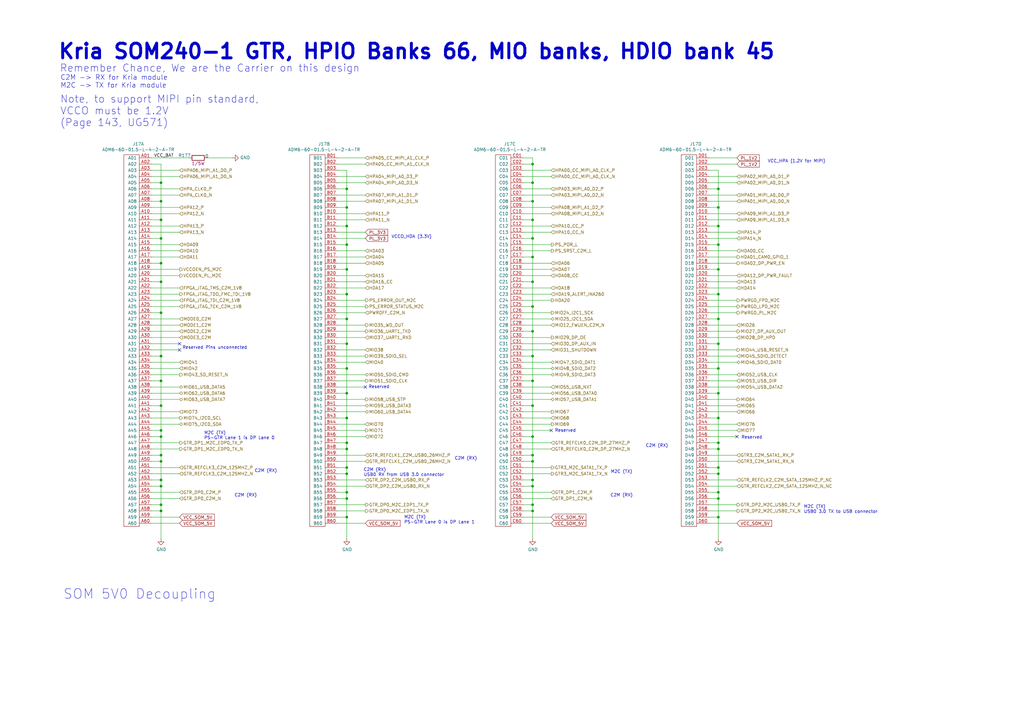
<source format=kicad_sch>
(kicad_sch (version 20230121) (generator eeschema)
  (paper "A3")
  (title_block (title "Top Sheet") (date "2023-12-21") (rev "1.00") (company "ApotheoTech LLC") (comment 1 "SCH: APT-KRIA-FMC") (comment 2 "Author: Chance Reimer"))
  (junction (at 294.64 191.77))
  (junction (at 66.04 199.39))
  (junction (at 218.44 189.23))
  (junction (at 294.64 171.45))
  (junction (at 294.64 184.15))
  (junction (at 66.04 128.27))
  (junction (at 294.64 92.71))
  (junction (at 142.24 161.29))
  (junction (at 142.24 204.47))
  (junction (at 66.04 209.55))
  (junction (at 218.44 74.93))
  (junction (at 142.24 184.15))
  (junction (at 218.44 186.69))
  (junction (at 218.44 82.55))
  (junction (at 294.64 151.13))
  (junction (at 66.04 186.69))
  (junction (at 218.44 196.85))
  (junction (at 142.24 85.09))
  (junction (at 294.64 100.33))
  (junction (at 294.64 130.81))
  (junction (at 294.64 204.47))
  (junction (at 66.04 179.07))
  (junction (at 294.64 120.65))
  (junction (at 142.24 171.45))
  (junction (at 66.04 207.01))
  (junction (at 66.04 146.05))
  (junction (at 142.24 194.31))
  (junction (at 142.24 130.81))
  (junction (at 218.44 97.79))
  (junction (at 294.64 140.97))
  (junction (at 142.24 151.13))
  (junction (at 142.24 201.93))
  (junction (at 66.04 107.95))
  (junction (at 66.04 196.85))
  (junction (at 142.24 77.47))
  (junction (at 294.64 110.49))
  (junction (at 294.64 77.47))
  (junction (at 218.44 199.39))
  (junction (at 218.44 135.89))
  (junction (at 218.44 115.57))
  (junction (at 218.44 179.07))
  (junction (at 294.64 194.31))
  (junction (at 218.44 105.41))
  (junction (at 294.64 85.09))
  (junction (at 66.04 115.57))
  (junction (at 218.44 156.21))
  (junction (at 218.44 90.17))
  (junction (at 66.04 82.55))
  (junction (at 218.44 207.01))
  (junction (at 294.64 212.09))
  (junction (at 142.24 100.33))
  (junction (at 142.24 140.97))
  (junction (at 218.44 67.31))
  (junction (at 66.04 156.21))
  (junction (at 66.04 166.37))
  (junction (at 294.64 181.61))
  (junction (at 66.04 74.93))
  (junction (at 294.64 201.93))
  (junction (at 142.24 92.71))
  (junction (at 66.04 176.53))
  (junction (at 218.44 209.55))
  (junction (at 142.24 181.61))
  (junction (at 218.44 166.37))
  (junction (at 294.64 161.29))
  (junction (at 142.24 191.77))
  (junction (at 142.24 212.09))
  (junction (at 66.04 97.79))
  (junction (at 218.44 125.73))
  (junction (at 142.24 110.49))
  (junction (at 66.04 189.23))
  (junction (at 66.04 90.17))
  (junction (at 218.44 146.05))
  (junction (at 142.24 120.65))
  (no_connect (at 302.26 179.07))
  (no_connect (at 73.66 143.51))
  (no_connect (at 226.06 176.53))
  (no_connect (at 73.66 140.97))
  (no_connect (at 149.86 158.75))
  (wire (pts (xy 66.04 128.27) (xy 62.23 128.27)))
  (wire (pts (xy 62.23 133.35) (xy 73.66 133.35)))
  (wire (pts (xy 138.43 125.73) (xy 149.86 125.73)))
  (wire (pts (xy 62.23 130.81) (xy 73.66 130.81)))
  (wire (pts (xy 290.83 153.67) (xy 302.26 153.67)))
  (wire (pts (xy 290.83 171.45) (xy 294.64 171.45)))
  (wire (pts (xy 290.83 184.15) (xy 294.64 184.15)))
  (wire (pts (xy 138.43 102.87) (xy 149.86 102.87)))
  (wire (pts (xy 218.44 125.73) (xy 218.44 135.89)))
  (wire (pts (xy 66.04 196.85) (xy 66.04 199.39)))
  (wire (pts (xy 290.83 158.75) (xy 302.26 158.75)))
  (wire (pts (xy 62.23 181.61) (xy 73.66 181.61)))
  (wire (pts (xy 62.23 74.93) (xy 66.04 74.93)))
  (wire (pts (xy 62.23 77.47) (xy 73.66 77.47)))
  (wire (pts (xy 218.44 90.17) (xy 218.44 97.79)))
  (wire (pts (xy 294.64 212.09) (xy 294.64 220.98)))
  (wire (pts (xy 290.83 64.77) (xy 302.26 64.77)))
  (wire (pts (xy 218.44 90.17) (xy 214.63 90.17)))
  (wire (pts (xy 62.23 107.95) (xy 66.04 107.95)))
  (wire (pts (xy 290.83 209.55) (xy 302.26 209.55)))
  (wire (pts (xy 290.83 72.39) (xy 302.26 72.39)))
  (wire (pts (xy 138.43 138.43) (xy 149.86 138.43)))
  (wire (pts (xy 62.23 102.87) (xy 73.66 102.87)))
  (wire (pts (xy 138.43 107.95) (xy 149.86 107.95)))
  (wire (pts (xy 214.63 181.61) (xy 226.06 181.61)))
  (wire (pts (xy 138.43 194.31) (xy 142.24 194.31)))
  (wire (pts (xy 138.43 85.09) (xy 142.24 85.09)))
  (wire (pts (xy 62.23 110.49) (xy 73.66 110.49)))
  (wire (pts (xy 142.24 191.77) (xy 142.24 194.31)))
  (wire (pts (xy 62.23 209.55) (xy 66.04 209.55)))
  (wire (pts (xy 138.43 209.55) (xy 149.86 209.55)))
  (wire (pts (xy 66.04 176.53) (xy 66.04 179.07)))
  (wire (pts (xy 138.43 133.35) (xy 149.86 133.35)))
  (wire (pts (xy 214.63 64.77) (xy 218.44 64.77)))
  (wire (pts (xy 214.63 69.85) (xy 226.06 69.85)))
  (wire (pts (xy 62.23 138.43) (xy 73.66 138.43)))
  (wire (pts (xy 142.24 171.45) (xy 142.24 181.61)))
  (wire (pts (xy 66.04 199.39) (xy 66.04 207.01)))
  (wire (pts (xy 66.04 74.93) (xy 66.04 82.55)))
  (wire (pts (xy 218.44 82.55) (xy 218.44 90.17)))
  (wire (pts (xy 214.63 123.19) (xy 226.06 123.19)))
  (wire (pts (xy 290.83 166.37) (xy 302.26 166.37)))
  (wire (pts (xy 138.43 69.85) (xy 142.24 69.85)))
  (wire (pts (xy 290.83 87.63) (xy 302.26 87.63)))
  (wire (pts (xy 290.83 80.01) (xy 302.26 80.01)))
  (wire (pts (xy 218.44 115.57) (xy 218.44 125.73)))
  (wire (pts (xy 142.24 184.15) (xy 142.24 191.77)))
  (wire (pts (xy 214.63 72.39) (xy 226.06 72.39)))
  (wire (pts (xy 294.64 69.85) (xy 294.64 77.47)))
  (wire (pts (xy 214.63 135.89) (xy 218.44 135.89)))
  (wire (pts (xy 214.63 97.79) (xy 218.44 97.79)))
  (wire (pts (xy 142.24 69.85) (xy 142.24 77.47)))
  (wire (pts (xy 138.43 110.49) (xy 142.24 110.49)))
  (wire (pts (xy 138.43 82.55) (xy 149.86 82.55)))
  (wire (pts (xy 290.83 156.21) (xy 302.26 156.21)))
  (wire (pts (xy 294.64 130.81) (xy 294.64 140.97)))
  (wire (pts (xy 138.43 130.81) (xy 142.24 130.81)))
  (wire (pts (xy 290.83 207.01) (xy 302.26 207.01)))
  (wire (pts (xy 290.83 90.17) (xy 302.26 90.17)))
  (wire (pts (xy 62.23 151.13) (xy 73.66 151.13)))
  (wire (pts (xy 138.43 214.63) (xy 149.86 214.63)))
  (wire (pts (xy 66.04 207.01) (xy 62.23 207.01)))
  (wire (pts (xy 138.43 161.29) (xy 142.24 161.29)))
  (wire (pts (xy 62.23 69.85) (xy 73.66 69.85)))
  (wire (pts (xy 138.43 158.75) (xy 149.86 158.75)))
  (wire (pts (xy 62.23 97.79) (xy 66.04 97.79)))
  (wire (pts (xy 290.83 118.11) (xy 302.26 118.11)))
  (wire (pts (xy 138.43 118.11) (xy 149.86 118.11)))
  (wire (pts (xy 218.44 186.69) (xy 214.63 186.69)))
  (wire (pts (xy 62.23 80.01) (xy 73.66 80.01)))
  (wire (pts (xy 66.04 166.37) (xy 66.04 176.53)))
  (wire (pts (xy 290.83 82.55) (xy 302.26 82.55)))
  (wire (pts (xy 218.44 196.85) (xy 214.63 196.85)))
  (wire (pts (xy 138.43 181.61) (xy 142.24 181.61)))
  (wire (pts (xy 214.63 179.07) (xy 218.44 179.07)))
  (wire (pts (xy 62.23 85.09) (xy 73.66 85.09)))
  (wire (pts (xy 214.63 153.67) (xy 226.06 153.67)))
  (wire (pts (xy 142.24 181.61) (xy 142.24 184.15)))
  (wire (pts (xy 62.23 194.31) (xy 73.66 194.31)))
  (wire (pts (xy 142.24 140.97) (xy 142.24 151.13)))
  (wire (pts (xy 66.04 186.69) (xy 62.23 186.69)))
  (wire (pts (xy 214.63 120.65) (xy 226.06 120.65)))
  (wire (pts (xy 290.83 194.31) (xy 294.64 194.31)))
  (wire (pts (xy 214.63 95.25) (xy 226.06 95.25)))
  (wire (pts (xy 218.44 82.55) (xy 214.63 82.55)))
  (wire (pts (xy 290.83 176.53) (xy 302.26 176.53)))
  (wire (pts (xy 142.24 120.65) (xy 142.24 130.81)))
  (wire (pts (xy 66.04 115.57) (xy 66.04 128.27)))
  (wire (pts (xy 142.24 92.71) (xy 142.24 100.33)))
  (wire (pts (xy 85.09 64.77) (xy 95.25 64.77)))
  (wire (pts (xy 214.63 118.11) (xy 226.06 118.11)))
  (wire (pts (xy 62.23 140.97) (xy 73.66 140.97)))
  (wire (pts (xy 66.04 146.05) (xy 62.23 146.05)))
  (wire (pts (xy 214.63 102.87) (xy 226.06 102.87)))
  (wire (pts (xy 138.43 120.65) (xy 142.24 120.65)))
  (wire (pts (xy 294.64 110.49) (xy 294.64 120.65)))
  (wire (pts (xy 214.63 161.29) (xy 226.06 161.29)))
  (wire (pts (xy 66.04 82.55) (xy 66.04 90.17)))
  (wire (pts (xy 294.64 92.71) (xy 294.64 100.33)))
  (wire (pts (xy 138.43 80.01) (xy 149.86 80.01)))
  (wire (pts (xy 218.44 97.79) (xy 218.44 105.41)))
  (wire (pts (xy 290.83 67.31) (xy 302.26 67.31)))
  (wire (pts (xy 218.44 189.23) (xy 218.44 196.85)))
  (wire (pts (xy 294.64 140.97) (xy 294.64 151.13)))
  (wire (pts (xy 62.23 113.03) (xy 73.66 113.03)))
  (wire (pts (xy 214.63 209.55) (xy 218.44 209.55)))
  (wire (pts (xy 290.83 123.19) (xy 302.26 123.19)))
  (wire (pts (xy 138.43 128.27) (xy 149.86 128.27)))
  (wire (pts (xy 138.43 105.41) (xy 149.86 105.41)))
  (wire (pts (xy 290.83 92.71) (xy 294.64 92.71)))
  (wire (pts (xy 62.23 201.93) (xy 73.66 201.93)))
  (wire (pts (xy 138.43 179.07) (xy 149.86 179.07)))
  (wire (pts (xy 138.43 199.39) (xy 149.86 199.39)))
  (wire (pts (xy 214.63 176.53) (xy 226.06 176.53)))
  (wire (pts (xy 138.43 115.57) (xy 149.86 115.57)))
  (wire (pts (xy 294.64 85.09) (xy 294.64 92.71)))
  (wire (pts (xy 138.43 156.21) (xy 149.86 156.21)))
  (wire (pts (xy 290.83 191.77) (xy 294.64 191.77)))
  (wire (pts (xy 218.44 105.41) (xy 218.44 115.57)))
  (wire (pts (xy 290.83 120.65) (xy 294.64 120.65)))
  (wire (pts (xy 290.83 102.87) (xy 302.26 102.87)))
  (wire (pts (xy 62.23 214.63) (xy 73.66 214.63)))
  (wire (pts (xy 214.63 184.15) (xy 226.06 184.15)))
  (wire (pts (xy 218.44 156.21) (xy 214.63 156.21)))
  (wire (pts (xy 214.63 105.41) (xy 218.44 105.41)))
  (wire (pts (xy 62.23 191.77) (xy 73.66 191.77)))
  (wire (pts (xy 218.44 156.21) (xy 218.44 166.37)))
  (wire (pts (xy 62.23 87.63) (xy 73.66 87.63)))
  (wire (pts (xy 138.43 207.01) (xy 149.86 207.01)))
  (wire (pts (xy 214.63 201.93) (xy 226.06 201.93)))
  (wire (pts (xy 290.83 130.81) (xy 294.64 130.81)))
  (wire (pts (xy 138.43 123.19) (xy 149.86 123.19)))
  (wire (pts (xy 138.43 77.47) (xy 142.24 77.47)))
  (wire (pts (xy 66.04 189.23) (xy 66.04 196.85)))
  (wire (pts (xy 66.04 156.21) (xy 62.23 156.21)))
  (wire (pts (xy 214.63 212.09) (xy 226.06 212.09)))
  (wire (pts (xy 62.23 143.51) (xy 73.66 143.51)))
  (wire (pts (xy 62.23 135.89) (xy 73.66 135.89)))
  (wire (pts (xy 66.04 179.07) (xy 66.04 186.69)))
  (wire (pts (xy 290.83 69.85) (xy 294.64 69.85)))
  (wire (pts (xy 66.04 176.53) (xy 62.23 176.53)))
  (wire (pts (xy 138.43 151.13) (xy 142.24 151.13)))
  (wire (pts (xy 66.04 156.21) (xy 66.04 166.37)))
  (wire (pts (xy 290.83 115.57) (xy 302.26 115.57)))
  (wire (pts (xy 66.04 82.55) (xy 62.23 82.55)))
  (wire (pts (xy 214.63 128.27) (xy 226.06 128.27)))
  (wire (pts (xy 66.04 128.27) (xy 66.04 146.05)))
  (wire (pts (xy 138.43 100.33) (xy 142.24 100.33)))
  (wire (pts (xy 66.04 186.69) (xy 66.04 189.23)))
  (wire (pts (xy 66.04 107.95) (xy 66.04 115.57)))
  (wire (pts (xy 214.63 80.01) (xy 226.06 80.01)))
  (wire (pts (xy 214.63 151.13) (xy 226.06 151.13)))
  (wire (pts (xy 290.83 113.03) (xy 302.26 113.03)))
  (wire (pts (xy 214.63 85.09) (xy 226.06 85.09)))
  (wire (pts (xy 138.43 173.99) (xy 149.86 173.99)))
  (wire (pts (xy 138.43 135.89) (xy 149.86 135.89)))
  (wire (pts (xy 62.23 120.65) (xy 73.66 120.65)))
  (wire (pts (xy 290.83 128.27) (xy 302.26 128.27)))
  (wire (pts (xy 290.83 151.13) (xy 294.64 151.13)))
  (wire (pts (xy 218.44 135.89) (xy 218.44 146.05)))
  (wire (pts (xy 66.04 209.55) (xy 66.04 220.98)))
  (wire (pts (xy 294.64 181.61) (xy 294.64 184.15)))
  (wire (pts (xy 290.83 140.97) (xy 294.64 140.97)))
  (wire (pts (xy 66.04 97.79) (xy 66.04 107.95)))
  (wire (pts (xy 142.24 151.13) (xy 142.24 161.29)))
  (wire (pts (xy 290.83 125.73) (xy 302.26 125.73)))
  (wire (pts (xy 66.04 67.31) (xy 66.04 74.93)))
  (wire (pts (xy 214.63 143.51) (xy 226.06 143.51)))
  (wire (pts (xy 214.63 100.33) (xy 226.06 100.33)))
  (wire (pts (xy 218.44 64.77) (xy 218.44 67.31)))
  (wire (pts (xy 62.23 166.37) (xy 66.04 166.37)))
  (wire (pts (xy 138.43 148.59) (xy 149.86 148.59)))
  (wire (pts (xy 214.63 92.71) (xy 226.06 92.71)))
  (wire (pts (xy 294.64 171.45) (xy 294.64 181.61)))
  (wire (pts (xy 142.24 77.47) (xy 142.24 85.09)))
  (wire (pts (xy 290.83 161.29) (xy 294.64 161.29)))
  (wire (pts (xy 62.23 100.33) (xy 73.66 100.33)))
  (wire (pts (xy 214.63 166.37) (xy 218.44 166.37)))
  (wire (pts (xy 214.63 168.91) (xy 226.06 168.91)))
  (wire (pts (xy 214.63 214.63) (xy 226.06 214.63)))
  (wire (pts (xy 290.83 107.95) (xy 302.26 107.95)))
  (wire (pts (xy 138.43 201.93) (xy 142.24 201.93)))
  (wire (pts (xy 66.04 90.17) (xy 62.23 90.17)))
  (wire (pts (xy 214.63 107.95) (xy 226.06 107.95)))
  (wire (pts (xy 290.83 199.39) (xy 302.26 199.39)))
  (wire (pts (xy 142.24 85.09) (xy 142.24 92.71)))
  (wire (pts (xy 290.83 204.47) (xy 294.64 204.47)))
  (wire (pts (xy 290.83 85.09) (xy 294.64 85.09)))
  (wire (pts (xy 218.44 74.93) (xy 218.44 82.55)))
  (wire (pts (xy 214.63 138.43) (xy 226.06 138.43)))
  (wire (pts (xy 62.23 179.07) (xy 66.04 179.07)))
  (wire (pts (xy 138.43 146.05) (xy 149.86 146.05)))
  (wire (pts (xy 138.43 90.17) (xy 149.86 90.17)))
  (wire (pts (xy 214.63 74.93) (xy 218.44 74.93)))
  (wire (pts (xy 138.43 184.15) (xy 142.24 184.15)))
  (wire (pts (xy 142.24 212.09) (xy 142.24 220.98)))
  (wire (pts (xy 290.83 100.33) (xy 294.64 100.33)))
  (wire (pts (xy 62.23 125.73) (xy 73.66 125.73)))
  (wire (pts (xy 218.44 199.39) (xy 218.44 207.01)))
  (wire (pts (xy 290.83 189.23) (xy 302.26 189.23)))
  (wire (pts (xy 62.23 118.11) (xy 73.66 118.11)))
  (wire (pts (xy 62.23 92.71) (xy 73.66 92.71)))
  (wire (pts (xy 138.43 92.71) (xy 142.24 92.71)))
  (wire (pts (xy 62.23 161.29) (xy 73.66 161.29)))
  (wire (pts (xy 214.63 113.03) (xy 226.06 113.03)))
  (wire (pts (xy 62.23 199.39) (xy 66.04 199.39)))
  (wire (pts (xy 62.23 72.39) (xy 73.66 72.39)))
  (wire (pts (xy 294.64 77.47) (xy 294.64 85.09)))
  (wire (pts (xy 214.63 191.77) (xy 226.06 191.77)))
  (wire (pts (xy 290.83 186.69) (xy 302.26 186.69)))
  (wire (pts (xy 290.83 95.25) (xy 302.26 95.25)))
  (wire (pts (xy 66.04 207.01) (xy 66.04 209.55)))
  (wire (pts (xy 290.83 163.83) (xy 302.26 163.83)))
  (wire (pts (xy 218.44 196.85) (xy 218.44 199.39)))
  (wire (pts (xy 142.24 201.93) (xy 142.24 204.47)))
  (wire (pts (xy 62.23 105.41) (xy 73.66 105.41)))
  (wire (pts (xy 138.43 176.53) (xy 149.86 176.53)))
  (wire (pts (xy 62.23 189.23) (xy 66.04 189.23)))
  (wire (pts (xy 138.43 204.47) (xy 142.24 204.47)))
  (wire (pts (xy 218.44 207.01) (xy 218.44 209.55)))
  (wire (pts (xy 290.83 181.61) (xy 294.64 181.61)))
  (wire (pts (xy 142.24 204.47) (xy 142.24 212.09)))
  (wire (pts (xy 294.64 120.65) (xy 294.64 130.81)))
  (wire (pts (xy 142.24 161.29) (xy 142.24 171.45)))
  (wire (pts (xy 214.63 87.63) (xy 226.06 87.63)))
  (wire (pts (xy 138.43 87.63) (xy 149.86 87.63)))
  (wire (pts (xy 214.63 140.97) (xy 226.06 140.97)))
  (wire (pts (xy 290.83 196.85) (xy 302.26 196.85)))
  (wire (pts (xy 214.63 125.73) (xy 218.44 125.73)))
  (wire (pts (xy 218.44 166.37) (xy 218.44 179.07)))
  (wire (pts (xy 290.83 179.07) (xy 302.26 179.07)))
  (wire (pts (xy 214.63 67.31) (xy 218.44 67.31)))
  (wire (pts (xy 62.23 64.77) (xy 77.47 64.77)))
  (wire (pts (xy 138.43 196.85) (xy 149.86 196.85)))
  (wire (pts (xy 214.63 204.47) (xy 226.06 204.47)))
  (wire (pts (xy 138.43 189.23) (xy 149.86 189.23)))
  (wire (pts (xy 138.43 67.31) (xy 149.86 67.31)))
  (wire (pts (xy 142.24 130.81) (xy 142.24 140.97)))
  (wire (pts (xy 290.83 148.59) (xy 302.26 148.59)))
  (wire (pts (xy 62.23 212.09) (xy 73.66 212.09)))
  (wire (pts (xy 214.63 148.59) (xy 226.06 148.59)))
  (wire (pts (xy 218.44 209.55) (xy 218.44 220.98)))
  (wire (pts (xy 290.83 212.09) (xy 294.64 212.09)))
  (wire (pts (xy 138.43 140.97) (xy 142.24 140.97)))
  (wire (pts (xy 62.23 163.83) (xy 73.66 163.83)))
  (wire (pts (xy 138.43 64.77) (xy 149.86 64.77)))
  (wire (pts (xy 138.43 163.83) (xy 149.86 163.83)))
  (wire (pts (xy 138.43 186.69) (xy 149.86 186.69)))
  (wire (pts (xy 62.23 123.19) (xy 73.66 123.19)))
  (wire (pts (xy 138.43 74.93) (xy 149.86 74.93)))
  (wire (pts (xy 138.43 143.51) (xy 149.86 143.51)))
  (wire (pts (xy 62.23 173.99) (xy 73.66 173.99)))
  (wire (pts (xy 290.83 138.43) (xy 302.26 138.43)))
  (wire (pts (xy 62.23 158.75) (xy 73.66 158.75)))
  (wire (pts (xy 214.63 194.31) (xy 226.06 194.31)))
  (wire (pts (xy 290.83 97.79) (xy 302.26 97.79)))
  (wire (pts (xy 294.64 184.15) (xy 294.64 191.77)))
  (wire (pts (xy 214.63 163.83) (xy 226.06 163.83)))
  (wire (pts (xy 142.24 110.49) (xy 142.24 120.65)))
  (wire (pts (xy 290.83 146.05) (xy 302.26 146.05)))
  (wire (pts (xy 62.23 67.31) (xy 66.04 67.31)))
  (wire (pts (xy 142.24 194.31) (xy 142.24 201.93)))
  (wire (pts (xy 290.83 214.63) (xy 302.26 214.63)))
  (wire (pts (xy 214.63 158.75) (xy 226.06 158.75)))
  (wire (pts (xy 214.63 171.45) (xy 226.06 171.45)))
  (wire (pts (xy 66.04 146.05) (xy 66.04 156.21)))
  (wire (pts (xy 66.04 90.17) (xy 66.04 97.79)))
  (wire (pts (xy 66.04 115.57) (xy 62.23 115.57)))
  (wire (pts (xy 290.83 143.51) (xy 302.26 143.51)))
  (wire (pts (xy 138.43 95.25) (xy 149.86 95.25)))
  (wire (pts (xy 66.04 196.85) (xy 62.23 196.85)))
  (wire (pts (xy 214.63 110.49) (xy 226.06 110.49)))
  (wire (pts (xy 138.43 212.09) (xy 142.24 212.09)))
  (wire (pts (xy 214.63 199.39) (xy 218.44 199.39)))
  (wire (pts (xy 290.83 77.47) (xy 294.64 77.47)))
  (wire (pts (xy 214.63 173.99) (xy 226.06 173.99)))
  (wire (pts (xy 218.44 67.31) (xy 218.44 74.93)))
  (wire (pts (xy 290.83 110.49) (xy 294.64 110.49)))
  (wire (pts (xy 294.64 201.93) (xy 294.64 204.47)))
  (wire (pts (xy 294.64 151.13) (xy 294.64 161.29)))
  (wire (pts (xy 214.63 130.81) (xy 226.06 130.81)))
  (wire (pts (xy 138.43 191.77) (xy 142.24 191.77)))
  (wire (pts (xy 294.64 191.77) (xy 294.64 194.31)))
  (wire (pts (xy 290.83 74.93) (xy 302.26 74.93)))
  (wire (pts (xy 138.43 113.03) (xy 149.86 113.03)))
  (wire (pts (xy 138.43 72.39) (xy 149.86 72.39)))
  (wire (pts (xy 138.43 171.45) (xy 142.24 171.45)))
  (wire (pts (xy 218.44 207.01) (xy 214.63 207.01)))
  (wire (pts (xy 138.43 97.79) (xy 149.86 97.79)))
  (wire (pts (xy 214.63 189.23) (xy 218.44 189.23)))
  (wire (pts (xy 62.23 184.15) (xy 73.66 184.15)))
  (wire (pts (xy 218.44 179.07) (xy 218.44 186.69)))
  (wire (pts (xy 294.64 194.31) (xy 294.64 201.93)))
  (wire (pts (xy 62.23 171.45) (xy 73.66 171.45)))
  (wire (pts (xy 62.23 153.67) (xy 73.66 153.67)))
  (wire (pts (xy 218.44 146.05) (xy 218.44 156.21)))
  (wire (pts (xy 138.43 168.91) (xy 149.86 168.91)))
  (wire (pts (xy 142.24 100.33) (xy 142.24 110.49)))
  (wire (pts (xy 294.64 204.47) (xy 294.64 212.09)))
  (wire (pts (xy 290.83 133.35) (xy 302.26 133.35)))
  (wire (pts (xy 214.63 77.47) (xy 226.06 77.47)))
  (wire (pts (xy 218.44 186.69) (xy 218.44 189.23)))
  (wire (pts (xy 218.44 146.05) (xy 214.63 146.05)))
  (wire (pts (xy 290.83 201.93) (xy 294.64 201.93)))
  (wire (pts (xy 62.23 168.91) (xy 73.66 168.91)))
  (wire (pts (xy 290.83 173.99) (xy 302.26 173.99)))
  (wire (pts (xy 214.63 133.35) (xy 226.06 133.35)))
  (wire (pts (xy 218.44 115.57) (xy 214.63 115.57)))
  (wire (pts (xy 138.43 166.37) (xy 149.86 166.37)))
  (wire (pts (xy 62.23 95.25) (xy 73.66 95.25)))
  (wire (pts (xy 290.83 168.91) (xy 302.26 168.91)))
  (wire (pts (xy 138.43 153.67) (xy 149.86 153.67)))
  (wire (pts (xy 290.83 105.41) (xy 302.26 105.41)))
  (wire (pts (xy 62.23 148.59) (xy 73.66 148.59)))
  (wire (pts (xy 62.23 204.47) (xy 73.66 204.47)))
  (wire (pts (xy 290.83 135.89) (xy 302.26 135.89)))
  (wire (pts (xy 294.64 161.29) (xy 294.64 171.45)))
  (wire (pts (xy 294.64 100.33) (xy 294.64 110.49)))
  (text "C2M (RX)\nUSB0 RX from USB 3.0 connector" (at 149.098 195.58 0) (effects (font (size 1.27 1.27)) (justify left bottom)))
  (text "SOM 5V0 Decoupling" (at 25.908 246.126 0) (effects (font (size 3.9878 3.9878)) (justify left bottom)))
  (text "Note, to support MIPI pin standard,\nVCCO must be 1.2V\n(Page 143, UG571)" (at 24.638 52.197 0) (effects (font (size 2.9972 2.9972)) (justify left bottom)))
  (text "Remember Chance, We are the Carrier on this design" (at 24.511 29.845 0) (effects (font (size 2.9972 2.9972)) (justify left bottom)))
  (text "M2C (TX)\nPS-GTR Lane 0 is DP Lane 1" (at 165.735 215.011 0) (effects (font (size 1.27 1.27)) (justify left bottom)))
  (text "C2M (RX)" (at 264.795 183.642 0) (effects (font (size 1.27 1.27)) (justify left bottom)))
  (text "C2M (RX)" (at 250.317 203.962 0) (effects (font (size 1.27 1.27)) (justify left bottom)))
  (text "Reserved" (at 151.13 159.512 0) (effects (font (size 1.27 1.27)) (justify left bottom)))
  (text "M2C (TX)" (at 250.444 194.31 0) (effects (font (size 1.27 1.27)) (justify left bottom)))
  (text "VCC_HPA (1.2V for MIPI)" (at 314.833 66.929 0) (effects (font (size 1.27 1.27)) (justify left bottom)))
  (text "Reserved" (at 227.584 177.419 0) (effects (font (size 1.27 1.27)) (justify left bottom)))
  (text "C2M (RX)" (at 104.394 193.929 0) (effects (font (size 1.27 1.27)) (justify left bottom)))
  (text "Reserved" (at 304.038 180.213 0) (effects (font (size 1.27 1.27)) (justify left bottom)))
  (text "C2M (RX)" (at 186.436 188.849 0) (effects (font (size 1.27 1.27)) (justify left bottom)))
  (text "C2M -> RX for Kria module\nM2C -> TX for Kria module" (at 24.765 36.322 0) (effects (font (size 2.0066 2.0066)) (justify left bottom)))
  (text "VCCO_HDA (3.3V)" (at 160.528 97.917 0) (effects (font (size 1.27 1.27)) (justify left bottom)))
  (text "M2C (TX)\nPS-GTR Lane 1 is DP Lane 0" (at 83.693 180.467 0) (effects (font (size 1.27 1.27)) (justify left bottom)))
  (text "Kria SOM240-1 GTR, HPIO Banks 66, MIO banks, HDIO bank 45" (at 23.495 24.765 0) (effects (font (size 5.9944 5.9944) (thickness 1.1989) bold) (justify left bottom)))
  (text "Reserved Pins unconnected" (at 74.803 143.383 0) (effects (font (size 1.27 1.27)) (justify left bottom)))
  (text "C2M (RX)" (at 96.139 203.962 0) (effects (font (size 1.27 1.27)) (justify left bottom)))
  (text "M2C (TX)\nUSB0 3.0 TX to USB connector" (at 329.692 210.693 0) (effects (font (size 1.27 1.27)) (justify left bottom)))
  (label "VCC_BAT" (at 71.247 64.77 180))
  (global_label "PL_1V2" (shape input) (at 302.26 64.77 0) (property "Intersheetrefs" "${INTERSHEET_REFS}" (effects hide)))
  (global_label "VCC_SOM_5V" (shape input) (at 226.06 212.09 0) (property "Intersheetrefs" "${INTERSHEET_REFS}" (effects hide)))
  (global_label "VCC_SOM_5V" (shape input) (at 302.26 214.63 0) (property "Intersheetrefs" "${INTERSHEET_REFS}" (effects hide)))
  (global_label "VCC_SOM_5V" (shape input) (at 226.06 214.63 0) (property "Intersheetrefs" "${INTERSHEET_REFS}" (effects hide)))
  (global_label "PL_3V3" (shape input) (at 149.86 97.79 0) (property "Intersheetrefs" "${INTERSHEET_REFS}" (effects hide)))
  (global_label "PL_3V3" (shape input) (at 149.86 95.25 0) (property "Intersheetrefs" "${INTERSHEET_REFS}" (effects hide)))
  (global_label "VCC_SOM_5V" (shape input) (at 73.66 214.63 0) (property "Intersheetrefs" "${INTERSHEET_REFS}" (effects hide)))
  (global_label "VCC_SOM_5V" (shape input) (at 73.66 212.09 0) (property "Intersheetrefs" "${INTERSHEET_REFS}" (effects hide)))
  (global_label "PL_1V2" (shape input) (at 302.26 67.31 0) (property "Intersheetrefs" "${INTERSHEET_REFS}" (effects hide)))
  (global_label "VCC_SOM_5V" (shape input) (at 149.86 214.63 0) (property "Intersheetrefs" "${INTERSHEET_REFS}" (effects hide)))
  (hierarchical_label "HDA10" (shape input) (at 73.66 102.87 0))
  (hierarchical_label "PS_POR_L" (shape output) (at 226.06 100.33 0))
  (hierarchical_label "MIO29_DP_OE" (shape output) (at 226.06 138.43 0))
  (hierarchical_label "GTR_DP1_M2C_EDP0_TX_N" (shape output) (at 73.66 184.15 0))
  (hierarchical_label "GTR_DP2_C2M_USB0_RX_N" (shape input) (at 149.86 199.39 0))
  (hierarchical_label "GTR_DP0_M2C_EDP1_TX_N" (shape output) (at 149.86 209.55 0))
  (hierarchical_label "HPA14_N" (shape input) (at 302.26 97.79 0))
  (hierarchical_label "HDA06" (shape input) (at 226.06 107.95 0))
  (hierarchical_label "HPA00_CC_MIPI_A0_CLK_P" (shape input) (at 226.06 69.85 0))
  (hierarchical_label "MIO69" (shape output) (at 226.06 173.99 0))
  (hierarchical_label "MIO73" (shape input) (at 73.66 168.91 0))
  (hierarchical_label "MIO55_USB_NXT" (shape input) (at 226.06 158.75 0))
  (hierarchical_label "VCCOEN_PS_M2C" (shape output) (at 73.66 110.49 0))
  (hierarchical_label "MIO25_I2C1_SDA" (shape bidirectional) (at 226.06 130.81 0))
  (hierarchical_label "HPA08_MIPI_A1_D2_N" (shape input) (at 226.06 87.63 0))
  (hierarchical_label "PWRGD_PL_M2C" (shape output) (at 302.26 128.27 0))
  (hierarchical_label "MIO39_SDIO_SEL" (shape output) (at 149.86 146.05 0))
  (hierarchical_label "HPA02_MIPI_A0_D1_N" (shape input) (at 302.26 74.93 0))
  (hierarchical_label "HPA08_MIPI_A1_D2_P" (shape input) (at 226.06 85.09 0))
  (hierarchical_label "HDA05" (shape input) (at 149.86 107.95 0))
  (hierarchical_label "HPA_CLK0_N" (shape input) (at 73.66 80.01 0))
  (hierarchical_label "MODE3_C2M" (shape input) (at 73.66 138.43 0))
  (hierarchical_label "HDA14" (shape input) (at 302.26 118.11 0))
  (hierarchical_label "MIO77" (shape input) (at 302.26 176.53 0))
  (hierarchical_label "HPA06_MIPI_A1_D0_P" (shape input) (at 73.66 69.85 0))
  (hierarchical_label "MIO40" (shape input) (at 149.86 148.59 0))
  (hierarchical_label "MIO68" (shape input) (at 226.06 171.45 0))
  (hierarchical_label "VCCOEN_PL_M2C" (shape output) (at 73.66 113.03 0))
  (hierarchical_label "MIO51_SDIO_CLK" (shape output) (at 149.86 156.21 0))
  (hierarchical_label "HDA18" (shape input) (at 226.06 118.11 0))
  (hierarchical_label "GTR3_C2M_SATA1_RX_P" (shape input) (at 302.26 186.69 0))
  (hierarchical_label "MIO52_USB_CLK" (shape input) (at 302.26 153.67 0))
  (hierarchical_label "MIO24_I2C1_SCK" (shape output) (at 226.06 128.27 0))
  (hierarchical_label "HPA09_MIPI_A1_D3_P" (shape input) (at 302.26 87.63 0))
  (hierarchical_label "MIO66" (shape input) (at 302.26 168.91 0))
  (hierarchical_label "MIO57_USB_DATA1" (shape bidirectional) (at 226.06 163.83 0))
  (hierarchical_label "HPA13_N" (shape input) (at 73.66 95.25 0))
  (hierarchical_label "PS_ERROR_STATUS_M2C" (shape output) (at 149.86 125.73 0))
  (hierarchical_label "MIO43_SD_RESET_N" (shape output) (at 73.66 153.67 0))
  (hierarchical_label "HPA04_MIPI_A0_D3_P" (shape input) (at 149.86 72.39 0))
  (hierarchical_label "MIO58_USB_STP" (shape output) (at 149.86 163.83 0))
  (hierarchical_label "GTR_DP2_M2C_USB0_TX_P" (shape output) (at 302.26 207.01 0))
  (hierarchical_label "GTR_DP0_M2C_EDP1_TX_P" (shape output) (at 149.86 207.01 0))
  (hierarchical_label "GTR3_C2M_SATA1_RX_N" (shape input) (at 302.26 189.23 0))
  (hierarchical_label "GTR_DP2_M2C_USB0_TX_N" (shape output) (at 302.26 209.55 0))
  (hierarchical_label "HDA12_DP_PWR_FAULT" (shape input) (at 302.26 113.03 0))
  (hierarchical_label "FPGA_JTAG_TDO_FMC_TDI_1V8" (shape output) (at 73.66 120.65 0))
  (hierarchical_label "GTR_REFCLK0_C2M_DP_27MHZ_P" (shape input) (at 226.06 181.61 0))
  (hierarchical_label "HPA05_CC_MIPI_A1_CLK_P" (shape input) (at 149.86 64.77 0))
  (hierarchical_label "HPA03_MIPI_A0_D2_P" (shape input) (at 226.06 77.47 0))
  (hierarchical_label "GTR3_M2C_SATA1_TX_N" (shape output) (at 226.06 194.31 0))
  (hierarchical_label "HPA07_MIPI_A1_D1_P" (shape input) (at 149.86 80.01 0))
  (hierarchical_label "HDA04" (shape input) (at 149.86 105.41 0))
  (hierarchical_label "HDA11" (shape input) (at 73.66 105.41 0))
  (hierarchical_label "HPA11_N" (shape input) (at 149.86 90.17 0))
  (hierarchical_label "HPA00_CC_MIPI_A0_CLK_N" (shape input) (at 226.06 72.39 0))
  (hierarchical_label "HPA04_MIPI_A0_D3_N" (shape input) (at 149.86 74.93 0))
  (hierarchical_label "HDA08_CC" (shape input) (at 226.06 113.03 0))
  (hierarchical_label "HPA13_P" (shape input) (at 73.66 92.71 0))
  (hierarchical_label "HPA10_CC_P" (shape input) (at 226.06 92.71 0))
  (hierarchical_label "PS_SRST_C2M_L" (shape output) (at 226.06 102.87 0))
  (hierarchical_label "HPA03_MIPI_A0_D2_N" (shape input) (at 226.06 80.01 0))
  (hierarchical_label "GTR_REFCLK2_C2M_SATA_125MHZ_P_NC" (shape input) (at 302.26 196.85 0))
  (hierarchical_label "HDA19_ALERT_INA260" (shape input) (at 226.06 120.65 0))
  (hierarchical_label "HPA06_MIPI_A1_D0_N" (shape input) (at 73.66 72.39 0))
  (hierarchical_label "MIO38" (shape input) (at 149.86 143.51 0))
  (hierarchical_label "MIO74_I2C0_SCL" (shape output) (at 73.66 171.45 0))
  (hierarchical_label "MIO64" (shape output) (at 302.26 163.83 0))
  (hierarchical_label "MODE2_C2M" (shape input) (at 73.66 135.89 0))
  (hierarchical_label "MIO63_USB_DATA7" (shape bidirectional) (at 73.66 163.83 0))
  (hierarchical_label "HDA02_DP_PWR_EN" (shape output) (at 302.26 107.95 0))
  (hierarchical_label "GTR_DP1_C2M_P" (shape input) (at 226.06 201.93 0))
  (hierarchical_label "HDA09" (shape input) (at 73.66 100.33 0))
  (hierarchical_label "MIO37_UART1_RXD" (shape input) (at 149.86 138.43 0))
  (hierarchical_label "GTR3_M2C_SATA1_TX_P" (shape output) (at 226.06 191.77 0))
  (hierarchical_label "MIO62_USB_DATA6" (shape bidirectional) (at 73.66 161.29 0))
  (hierarchical_label "GTR_REFCLK3_C2M_125MHZ_P" (shape input) (at 73.66 191.77 0))
  (hierarchical_label "MIO26" (shape input) (at 302.26 133.35 0))
  (hierarchical_label "HPA_CLK0_P" (shape input) (at 73.66 77.47 0))
  (hierarchical_label "GTR_DP0_C2M_P" (shape input) (at 73.66 201.93 0))
  (hierarchical_label "MODE0_C2M" (shape input) (at 73.66 130.81 0))
  (hierarchical_label "PS_ERROR_OUT_M2C" (shape output) (at 149.86 123.19 0))
  (hierarchical_label "MIO60_USB_DATA4" (shape bidirectional) (at 149.86 168.91 0))
  (hierarchical_label "HPA11_P" (shape input) (at 149.86 87.63 0))
  (hierarchical_label "GTR_DP2_C2M_USB0_RX_P" (shape input) (at 149.86 196.85 0))
  (hierarchical_label "GTR_REFCLK1_C2M_USB0_26MHZ_P" (shape input) (at 149.86 186.69 0))
  (hierarchical_label "MIO27_DP_AUX_OUT" (shape output) (at 302.26 135.89 0))
  (hierarchical_label "MIO31_SHUTDOWN" (shape input) (at 226.06 143.51 0))
  (hierarchical_label "MIO67" (shape output) (at 226.06 168.91 0))
  (hierarchical_label "MIO41" (shape input) (at 73.66 148.59 0))
  (hierarchical_label "HDA07" (shape input) (at 226.06 110.49 0))
  (hierarchical_label "MIO12_FWUEN_C2M_N" (shape input) (at 226.06 133.35 0))
  (hierarchical_label "MIO50_SDIO_CMD" (shape bidirectional) (at 149.86 153.67 0))
  (hierarchical_label "HDA15" (shape input) (at 149.86 113.03 0))
  (hierarchical_label "GTR_DP1_M2C_EDP0_TX_P" (shape output) (at 73.66 181.61 0))
  (hierarchical_label "HDA16_CC" (shape input) (at 149.86 115.57 0))
  (hierarchical_label "HPA14_P" (shape input) (at 302.26 95.25 0))
  (hierarchical_label "FPGA_JTAG_TCK_C2M_1V8" (shape input) (at 73.66 125.73 0))
  (hierarchical_label "HDA17" (shape input) (at 149.86 118.11 0))
  (hierarchical_label "MIO44_USB_RESET_N" (shape output) (at 302.26 143.51 0))
  (hierarchical_label "HPA09_MIPI_A1_D3_N" (shape input) (at 302.26 90.17 0))
  (hierarchical_label "GTR_DP0_C2M_N" (shape input) (at 73.66 204.47 0))
  (hierarchical_label "FPGA_JTAG_TDI_C2M_1V8" (shape input) (at 73.66 123.19 0))
  (hierarchical_label "MIO54_USB_DATA2" (shape bidirectional) (at 302.26 158.75 0))
  (hierarchical_label "MIO46_SDIO_DAT0" (shape bidirectional) (at 302.26 148.59 0))
  (hierarchical_label "MIO72" (shape input) (at 149.86 179.07 0))
  (hierarchical_label "HPA05_CC_MIPI_A1_CLK_N" (shape input) (at 149.86 67.31 0))
  (hierarchical_label "MIO75_I2C0_SDA" (shape bidirectional) (at 73.66 173.99 0))
  (hierarchical_label "PWRGD_FPD_M2C" (shape output) (at 302.26 123.19 0))
  (hierarchical_label "MIO61_USB_DATA5" (shape bidirectional) (at 73.66 158.75 0))
  (hierarchical_label "MIO30_DP_AUX_IN" (shape input) (at 226.06 140.97 0))
  (hierarchical_label "HPA07_MIPI_A1_D1_N" (shape input) (at 149.86 82.55 0))
  (hierarchical_label "FPGA_JTAG_TMS_C2M_1V8" (shape input) (at 73.66 118.11 0))
  (hierarchical_label "HPA12_N" (shape input) (at 73.66 87.63 0))
  (hierarchical_label "MIO71" (shape output) (at 149.86 176.53 0))
  (hierarchical_label "HDA13" (shape input) (at 302.26 115.57 0))
  (hierarchical_label "HDA03" (shape input) (at 149.86 102.87 0))
  (hierarchical_label "HDA20" (shape output) (at 226.06 123.19 0))
  (hierarchical_label "MIO70" (shape input) (at 149.86 173.99 0))
  (hierarchical_label "MIO36_UART1_TXD" (shape output) (at 149.86 135.89 0))
  (hierarchical_label "HPA10_CC_N" (shape input) (at 226.06 95.25 0))
  (hierarchical_label "PWROFF_C2M_N" (shape input) (at 149.86 128.27 0))
  (hierarchical_label "HPA02_MIPI_A0_D1_P" (shape input) (at 302.26 72.39 0))
  (hierarchical_label "GTR_REFCLK1_C2M_USB0_26MHZ_N" (shape input) (at 149.86 189.23 0))
  (hierarchical_label "HPA12_P" (shape input) (at 73.66 85.09 0))
  (hierarchical_label "MIO47_SDIO_DAT1" (shape bidirectional) (at 226.06 148.59 0))
  (hierarchical_label "MIO35_WD_OUT" (shape output) (at 149.86 133.35 0))
  (hierarchical_label "HDA01_CAM0_GPIO_1" (shape output) (at 302.26 105.41 0))
  (hierarchical_label "HPA01_MIPI_A0_D0_N" (shape input) (at 302.26 82.55 0))
  (hierarchical_label "MODE1_C2M" (shape input) (at 73.66 133.35 0))
  (hierarchical_label "GTR_REFCLK0_C2M_DP_27MHZ_N" (shape input) (at 226.06 184.15 0))
  (hierarchical_label "MIO49_SDIO_DAT3" (shape bidirectional) (at 226.06 153.67 0))
  (hierarchical_label "GTR_DP1_C2M_N" (shape input) (at 226.06 204.47 0))
  (hierarchical_label "HPA01_MIPI_A0_D0_P" (shape input) (at 302.26 80.01 0))
  (hierarchical_label "MIO59_USB_DATA3" (shape bidirectional) (at 149.86 166.37 0))
  (hierarchical_label "HDA00_CC" (shape input) (at 302.26 102.87 0))
  (hierarchical_label "MIO65" (shape input) (at 302.26 166.37 0))
  (hierarchical_label "MIO48_SDIO_DAT2" (shape bidirectional) (at 226.06 151.13 0))
  (hierarchical_label "GTR_REFCLK2_C2M_SATA_125MHZ_N_NC" (shape input) (at 302.26 199.39 0))
  (hierarchical_label "GTR_REFCLK3_C2M_125MHZ_N" (shape input) (at 73.66 194.31 0))
  (hierarchical_label "MIO42" (shape input) (at 73.66 151.13 0))
  (hierarchical_label "PWRGD_LPD_M2C" (shape output) (at 302.26 125.73 0))
  (hierarchical_label "MIO56_USB_DATA0" (shape bidirectional) (at 226.06 161.29 0))
  (hierarchical_label "MIO45_SDIO_DETECT" (shape input) (at 302.26 146.05 0))
  (hierarchical_label "MIO28_DP_HPD" (shape input) (at 302.26 138.43 0))
  (hierarchical_label "MIO76" (shape input) (at 302.26 173.99 0))
  (hierarchical_label "MIO53_USB_DIR" (shape input) (at 302.26 156.21 0))
  (symbol (lib_id "ApotheoTech:ADM6-60-01.5-L-4-2-A-TR") (at 52.705 142.24 0) (unit 1)
    (property "Reference" "J17" (at 56.7182 59.055 0))
    (property "Value" "ADM6-60-01.5-L-4-2-A-TR" (at 56.7182 61.3664 0))
    (property "Footprint" "ApotheoTech_CXP_Lib:ADM6-60-01.5-L-4-2-A-TR" (effects hide))
    (instances (project "APT-KRIA-FMC" (path "" (reference "J17") (unit 1)) (path "" (reference "J?") (unit 1))))
  )
  (symbol (lib_id "power:GND") (at 66.04 220.98 0) (unit 1)
    (property "Reference" "#PWR0235" (effects hide))
    (property "Value" "GND" (at 66.167 225.3742 0))
    (instances (project "APT-KRIA-FMC" (path "" (reference "#PWR0235") (unit 1)) (path "" (reference "#PWR?") (unit 1))))
  )
  (symbol (lib_id "ApotheoTech:ADM6-60-01.5-L-4-2-A-TR") (at 127 139.7 0) (unit 2)
    (property "Reference" "J17" (at 132.9182 59.055 0))
    (property "Value" "ADM6-60-01.5-L-4-2-A-TR" (at 132.9182 61.3664 0))
    (property "Footprint" "ApotheoTech_CXP_Lib:ADM6-60-01.5-L-4-2-A-TR" (effects hide))
    (instances (project "APT-KRIA-FMC" (path "" (reference "J17") (unit 2)) (path "" (reference "J?") (unit 2))))
  )
  (symbol (lib_id "ApotheoTech:ADM6-60-01.5-L-4-2-A-TR") (at 203.2 139.7 0) (unit 3)
    (property "Reference" "J17" (at 209.1182 59.055 0))
    (property "Value" "ADM6-60-01.5-L-4-2-A-TR" (at 209.1182 61.3664 0))
    (property "Footprint" "ApotheoTech_CXP_Lib:ADM6-60-01.5-L-4-2-A-TR" (effects hide))
    (instances (project "APT-KRIA-FMC" (path "" (reference "J17") (unit 3)) (path "" (reference "J?") (unit 3))))
  )
  (symbol (lib_id "ApotheoTech:ADM6-60-01.5-L-4-2-A-TR") (at 279.4 139.7 0) (unit 4)
    (property "Reference" "J17" (at 285.3182 59.055 0))
    (property "Value" "ADM6-60-01.5-L-4-2-A-TR" (at 285.3182 61.3664 0))
    (property "Footprint" "ApotheoTech_CXP_Lib:ADM6-60-01.5-L-4-2-A-TR" (effects hide))
    (instances (project "APT-KRIA-FMC" (path "" (reference "J17") (unit 4)) (path "" (reference "J?") (unit 4))))
  )
  (symbol (lib_id "power:GND") (at 142.24 220.98 0) (unit 1)
    (property "Reference" "#PWR0237" (effects hide))
    (property "Value" "GND" (at 142.367 225.3742 0))
    (instances (project "APT-KRIA-FMC" (path "" (reference "#PWR0237") (unit 1)) (path "" (reference "#PWR?") (unit 1))))
  )
  (symbol (lib_id "power:GND") (at 294.64 220.98 0) (unit 1)
    (property "Reference" "#PWR0239" (effects hide))
    (property "Value" "GND" (at 294.767 225.3742 0))
    (instances (project "APT-KRIA-FMC" (path "" (reference "#PWR0239") (unit 1)) (path "" (reference "#PWR?") (unit 1))))
  )
  (symbol (lib_id "Device:R") (at 81.28 64.77 270) (unit 1)
    (property "Reference" "R177" (at 75.692 63.754 90))
    (property "Value" "0" (at 84.836 64.008 90))
    (property "Footprint" "Resistor_SMD:R_0402_1005Metric" (effects hide))
    (property "PartNumber" "CRCW04020000Z0EDHP" (effects hide))
    (property "Power" "1/5W" (at 81.28 67.056 90))
    (property "URL" "https://www.digikey.com/product-detail/en/vishay-dale/CRCW04020000Z0EDHP/541-0-0YBCT-ND/2223008" (effects hide))
  )
  (symbol (lib_id "power:GND") (at 95.25 64.77 90) (unit 1)
    (property "Reference" "#PWR0236" (effects hide))
    (property "Value" "GND" (at 98.5012 64.643 90) (effects (justify right)))
  )
  (symbol (lib_id "power:GND") (at 218.44 220.98 0) (unit 1)
    (property "Reference" "#PWR0238" (effects hide))
    (property "Value" "GND" (at 218.567 225.3742 0))
    (instances (project "APT-KRIA-FMC" (path "" (reference "#PWR0238") (unit 1)) (path "" (reference "#PWR?") (unit 1))))
  )
)
</source>
